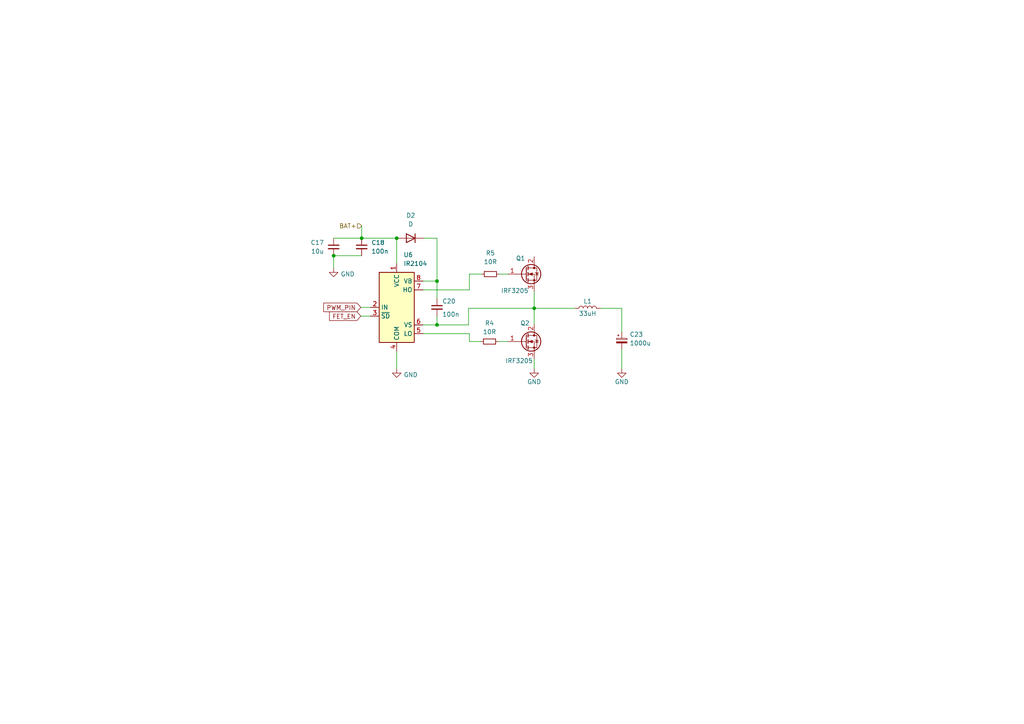
<source format=kicad_sch>
(kicad_sch (version 20230121) (generator eeschema)
  (paper "A4")
  (lib_symbols
    (symbol "Device:C_Polarized_Small" (pin_numbers hide) (pin_names (offset 0.254) hide)
      (property "Reference" "C" (at 0.254 1.778 0))
      (property "Value" "C_Polarized_Small" (at 0.254 -2.032 0))
      (symbol "C_Polarized_Small_0_1"
        (rectangle (start -1.524 -0.3048) (end 1.524 -0.6858) (fill (type outline)))
        (rectangle (start -1.524 0.6858) (end 1.524 0.3048))
        (polyline (pts (xy -1.27 1.524) (xy -0.762 1.524)))
        (polyline (pts (xy -1.016 1.27) (xy -1.016 1.778)))
      )
      (symbol "C_Polarized_Small_1_1"
        (pin passive line (at 0 2.54 270) (length 1.8542) (name "~") (number "1"))
        (pin passive line (at 0 -2.54 90) (length 1.8542) (name "~") (number "2"))
      )
    )
    (symbol "Device:C_Small" (pin_numbers hide) (pin_names (offset 0.254) hide)
      (property "Reference" "C" (at 0.254 1.778 0))
      (property "Value" "C_Small" (at 0.254 -2.032 0))
      (symbol "C_Small_0_1"
        (polyline (pts (xy -1.524 -0.508) (xy 1.524 -0.508)) (stroke (width 0.3302)))
        (polyline (pts (xy -1.524 0.508) (xy 1.524 0.508)) (stroke (width 0.3048)))
      )
      (symbol "C_Small_1_1"
        (pin passive line (at 0 2.54 270) (length 2.032) (name "~") (number "1"))
        (pin passive line (at 0 -2.54 90) (length 2.032) (name "~") (number "2"))
      )
    )
    (symbol "Device:D" (pin_numbers hide) (pin_names (offset 1.016) hide)
      (property "Reference" "D" (at 0 2.54 0))
      (property "Value" "D" (at 0 -2.54 0))
      (symbol "D_0_1"
        (polyline (pts (xy -1.27 1.27) (xy -1.27 -1.27)) (stroke (width 0.254)))
        (polyline (pts (xy 1.27 0) (xy -1.27 0)))
        (polyline (pts (xy 1.27 1.27) (xy 1.27 -1.27) (xy -1.27 0) (xy 1.27 1.27)) (stroke (width 0.254)))
      )
      (symbol "D_1_1"
        (pin passive line (at -3.81 0 0) (length 2.54) (name "K") (number "1"))
        (pin passive line (at 3.81 0 180) (length 2.54) (name "A") (number "2"))
      )
    )
    (symbol "Device:L" (pin_numbers hide) (pin_names (offset 1.016) hide)
      (property "Reference" "L" (at -1.27 0 90))
      (property "Value" "L" (at 1.905 0 90))
      (symbol "L_0_1"
        (arc (start 0 -2.54) (mid 0.6323 -1.905) (end 0 -1.27))
        (arc (start 0 -1.27) (mid 0.6323 -0.635) (end 0 0))
        (arc (start 0 0) (mid 0.6323 0.635) (end 0 1.27))
        (arc (start 0 1.27) (mid 0.6323 1.905) (end 0 2.54))
      )
      (symbol "L_1_1"
        (pin passive line (at 0 3.81 270) (length 1.27) (name "1") (number "1"))
        (pin passive line (at 0 -3.81 90) (length 1.27) (name "2") (number "2"))
      )
    )
    (symbol "Device:R_Small" (pin_numbers hide) (pin_names (offset 0.254) hide)
      (property "Reference" "R" (at 0.762 0.508 0))
      (property "Value" "R_Small" (at 0.762 -1.016 0))
      (symbol "R_Small_0_1"
        (rectangle (start -0.762 1.778) (end 0.762 -1.778) (stroke (width 0.2032)))
      )
      (symbol "R_Small_1_1"
        (pin passive line (at 0 2.54 270) (length 0.762) (name "~") (number "1"))
        (pin passive line (at 0 -2.54 90) (length 0.762) (name "~") (number "2"))
      )
    )
    (symbol "Driver_FET:IR2104"
      (property "Reference" "U" (at 1.27 13.335 0))
      (property "Value" "IR2104" (at 1.27 11.43 0))
      (symbol "IR2104_0_1"
        (rectangle (start -5.08 -10.16) (end 5.08 10.16) (stroke (width 0.254)) (fill (type background)))
      )
      (symbol "IR2104_1_1"
        (pin power_in line (at 0 12.7 270) (length 2.54) (name "VCC") (number "1"))
        (pin input line (at -7.62 0 0) (length 2.54) (name "IN") (number "2"))
        (pin input line (at -7.62 -2.54 0) (length 2.54) (name "~{SD}") (number "3"))
        (pin power_in line (at 0 -12.7 90) (length 2.54) (name "COM") (number "4"))
        (pin output line (at 7.62 -7.62 180) (length 2.54) (name "LO") (number "5"))
        (pin passive line (at 7.62 -5.08 180) (length 2.54) (name "VS") (number "6"))
        (pin output line (at 7.62 5.08 180) (length 2.54) (name "HO") (number "7"))
        (pin passive line (at 7.62 7.62 180) (length 2.54) (name "VB") (number "8"))
      )
    )
    (symbol "Transistor_FET:IRF3205" (pin_names hide)
      (property "Reference" "Q" (at 6.35 1.905 0))
      (property "Value" "IRF3205" (at 6.35 0 0))
      (symbol "IRF3205_0_1"
        (polyline (pts (xy 0.254 0) (xy -2.54 0)))
        (polyline (pts (xy 0.254 1.905) (xy 0.254 -1.905)) (stroke (width 0.254)))
        (polyline (pts (xy 0.762 -1.27) (xy 0.762 -2.286)) (stroke (width 0.254)))
        (polyline (pts (xy 0.762 0.508) (xy 0.762 -0.508)) (stroke (width 0.254)))
        (polyline (pts (xy 0.762 2.286) (xy 0.762 1.27)) (stroke (width 0.254)))
        (polyline (pts (xy 2.54 2.54) (xy 2.54 1.778)))
        (polyline (pts (xy 2.54 -2.54) (xy 2.54 0) (xy 0.762 0)))
        (polyline (pts (xy 0.762 -1.778) (xy 3.302 -1.778) (xy 3.302 1.778) (xy 0.762 1.778)))
        (polyline (pts (xy 1.016 0) (xy 2.032 0.381) (xy 2.032 -0.381) (xy 1.016 0)) (fill (type outline)))
        (polyline (pts (xy 2.794 0.508) (xy 2.921 0.381) (xy 3.683 0.381) (xy 3.81 0.254)))
        (polyline (pts (xy 3.302 0.381) (xy 2.921 -0.254) (xy 3.683 -0.254) (xy 3.302 0.381)))
        (circle (center 1.651 0) (radius 2.794) (stroke (width 0.254)))
        (circle (center 2.54 -1.778) (radius 0.254) (fill (type outline)))
        (circle (center 2.54 1.778) (radius 0.254) (fill (type outline)))
      )
      (symbol "IRF3205_1_1"
        (pin input line (at -5.08 0 0) (length 2.54) (name "G") (number "1"))
        (pin passive line (at 2.54 5.08 270) (length 2.54) (name "D") (number "2"))
        (pin passive line (at 2.54 -5.08 90) (length 2.54) (name "S") (number "3"))
      )
    )
    (symbol "power:GND" (power) (pin_names (offset 0))
      (property "Value" "GND" (at 0 -3.81 0))
      (symbol "GND_0_1"
        (polyline (pts (xy 0 0) (xy 0 -1.27) (xy 1.27 -1.27) (xy 0 -2.54) (xy -1.27 -1.27) (xy 0 -1.27)))
      )
      (symbol "GND_1_1"
        (pin power_in line (at 0 0 270) (length 0) hide (name "GND") (number "1"))
      )
    )
  )
  (junction (at 126.746 81.534))
  (junction (at 104.902 69.088))
  (junction (at 126.746 94.234))
  (junction (at 154.94 89.408))
  (junction (at 96.774 74.168))
  (junction (at 115.062 69.088))
  (wire (pts (xy 136.144 84.074) (xy 136.144 79.502)))
  (wire (pts (xy 104.648 91.694) (xy 107.442 91.694)))
  (wire (pts (xy 104.902 65.532) (xy 104.902 69.088)))
  (wire (pts (xy 154.94 104.14) (xy 154.94 106.934)))
  (wire (pts (xy 126.746 91.694) (xy 126.746 94.234)))
  (wire (pts (xy 136.144 99.06) (xy 139.446 99.06)))
  (wire (pts (xy 154.94 89.408) (xy 166.624 89.408)))
  (wire (pts (xy 115.062 69.088) (xy 115.316 69.088)))
  (wire (pts (xy 126.746 81.534) (xy 126.746 86.614)))
  (wire (pts (xy 180.34 89.408) (xy 180.34 96.266)))
  (wire (pts (xy 96.774 74.168) (xy 104.902 74.168)))
  (wire (pts (xy 147.32 79.502) (xy 144.78 79.502)))
  (wire (pts (xy 180.34 101.346) (xy 180.34 106.934)))
  (wire (pts (xy 122.682 96.774) (xy 136.144 96.774)))
  (wire (pts (xy 115.062 101.854) (xy 115.062 106.934)))
  (wire (pts (xy 136.144 79.502) (xy 139.7 79.502)))
  (wire (pts (xy 104.902 69.088) (xy 115.062 69.088)))
  (wire (pts (xy 136.144 96.774) (xy 136.144 99.06)))
  (wire (pts (xy 135.89 89.408) (xy 154.94 89.408)))
  (wire (pts (xy 122.682 84.074) (xy 136.144 84.074)))
  (wire (pts (xy 135.89 94.234) (xy 135.89 89.408)))
  (wire (pts (xy 96.774 69.088) (xy 104.902 69.088)))
  (wire (pts (xy 122.936 69.088) (xy 126.746 69.088)))
  (wire (pts (xy 122.682 81.534) (xy 126.746 81.534)))
  (wire (pts (xy 115.062 76.454) (xy 115.062 69.088)))
  (wire (pts (xy 154.94 84.582) (xy 154.94 89.408)))
  (wire (pts (xy 154.94 89.408) (xy 154.94 93.98)))
  (wire (pts (xy 122.682 94.234) (xy 126.746 94.234)))
  (wire (pts (xy 144.526 99.06) (xy 147.32 99.06)))
  (wire (pts (xy 104.648 89.154) (xy 107.442 89.154)))
  (wire (pts (xy 126.746 94.234) (xy 135.89 94.234)))
  (wire (pts (xy 174.244 89.408) (xy 180.34 89.408)))
  (wire (pts (xy 126.746 69.088) (xy 126.746 81.534)))
  (wire (pts (xy 96.774 74.168) (xy 96.774 77.724)))
  (global_label "FET_EN" (shape input) (at 104.648 91.694 180) (property "Intersheetrefs" "${INTERSHEET_REFS}" (effects hide)))
  (global_label "PWM_PIN" (shape input) (at 104.648 89.154 180) (property "Intersheetrefs" "${INTERSHEET_REFS}" (effects hide)))
  (hierarchical_label "BAT+" (shape input) (at 104.902 65.532 180))
  (symbol (lib_id "power:GND") (at 115.062 106.934 0) (unit 1)
    (property "Reference" "#PWR031" (effects hide))
    (property "Value" "GND" (at 119.126 108.712 0))
  )
  (symbol (lib_id "Transistor_FET:IRF3205") (at 152.4 99.06 0) (unit 1)
    (property "Reference" "Q2" (at 150.876 93.726 0) (effects (justify left)))
    (property "Value" "IRF3205" (at 146.558 104.648 0) (effects (justify left)))
    (property "Footprint" "Package_TO_SOT_THT:TO-220-3_Vertical" (effects hide))
    (property "Datasheet" "http://www.irf.com/product-info/datasheets/data/irf3205.pdf" (effects hide))
  )
  (symbol (lib_id "Device:R_Small") (at 142.24 79.502 90) (unit 1)
    (property "Reference" "R5" (at 142.24 73.406 90))
    (property "Value" "10R" (at 142.24 75.946 90))
  )
  (symbol (lib_id "Transistor_FET:IRF3205") (at 152.4 79.502 0) (unit 1)
    (property "Reference" "Q1" (at 149.606 74.93 0) (effects (justify left)))
    (property "Value" "IRF3205" (at 145.288 84.328 0) (effects (justify left)))
    (property "Footprint" "Package_TO_SOT_THT:TO-220-3_Vertical" (effects hide))
    (property "Datasheet" "http://www.irf.com/product-info/datasheets/data/irf3205.pdf" (effects hide))
  )
  (symbol (lib_id "Device:D") (at 119.126 69.088 0) (mirror y) (unit 1)
    (property "Reference" "D2" (at 119.126 62.484 0))
    (property "Value" "D" (at 119.126 65.024 0))
    (property "Sim.Device" "D" (effects hide))
    (property "Sim.Pins" "1=K 2=A" (effects hide))
  )
  (symbol (lib_id "Device:C_Small") (at 96.774 71.628 0) (mirror y) (unit 1)
    (property "Reference" "C17" (at 93.98 70.3643 0) (effects (justify left)))
    (property "Value" "10u" (at 93.98 72.9043 0) (effects (justify left)))
  )
  (symbol (lib_id "Device:L") (at 170.434 89.408 90) (unit 1)
    (property "Reference" "L1" (at 170.434 87.376 90))
    (property "Value" "33uH" (at 170.434 90.932 90))
  )
  (symbol (lib_id "Device:C_Polarized_Small") (at 180.34 98.806 0) (unit 1)
    (property "Reference" "C23" (at 182.626 96.9899 0) (effects (justify left)))
    (property "Value" "1000u" (at 182.626 99.5299 0) (effects (justify left)))
  )
  (symbol (lib_id "power:GND") (at 96.774 77.724 0) (unit 1)
    (property "Reference" "#PWR030" (effects hide))
    (property "Value" "GND" (at 100.838 79.502 0))
  )
  (symbol (lib_id "Device:C_Small") (at 126.746 89.154 0) (unit 1)
    (property "Reference" "C20" (at 128.27 87.376 0) (effects (justify left)))
    (property "Value" "100n" (at 128.27 91.186 0) (effects (justify left)))
  )
  (symbol (lib_id "Driver_FET:IR2104") (at 115.062 89.154 0) (unit 1)
    (property "Reference" "U6" (at 117.0179 73.914 0) (effects (justify left)))
    (property "Value" "IR2104" (at 117.0179 76.454 0) (effects (justify left)))
    (property "Datasheet" "https://www.infineon.com/dgdl/ir2104.pdf?fileId=5546d462533600a4015355c7c1c31671" (effects hide))
  )
  (symbol (lib_id "power:GND") (at 154.94 106.934 0) (unit 1)
    (property "Reference" "#PWR032" (effects hide))
    (property "Value" "GND" (at 154.94 110.744 0))
  )
  (symbol (lib_id "Device:R_Small") (at 141.986 99.06 90) (unit 1)
    (property "Reference" "R4" (at 141.986 93.726 90))
    (property "Value" "10R" (at 141.986 96.266 90))
  )
  (symbol (lib_id "power:GND") (at 180.34 106.934 0) (unit 1)
    (property "Reference" "#PWR033" (effects hide))
    (property "Value" "GND" (at 180.34 110.744 0))
  )
  (symbol (lib_id "Device:C_Small") (at 104.902 71.628 0) (unit 1)
    (property "Reference" "C18" (at 107.696 70.3643 0) (effects (justify left)))
    (property "Value" "100n" (at 107.696 72.9043 0) (effects (justify left)))
  )
)
</source>
